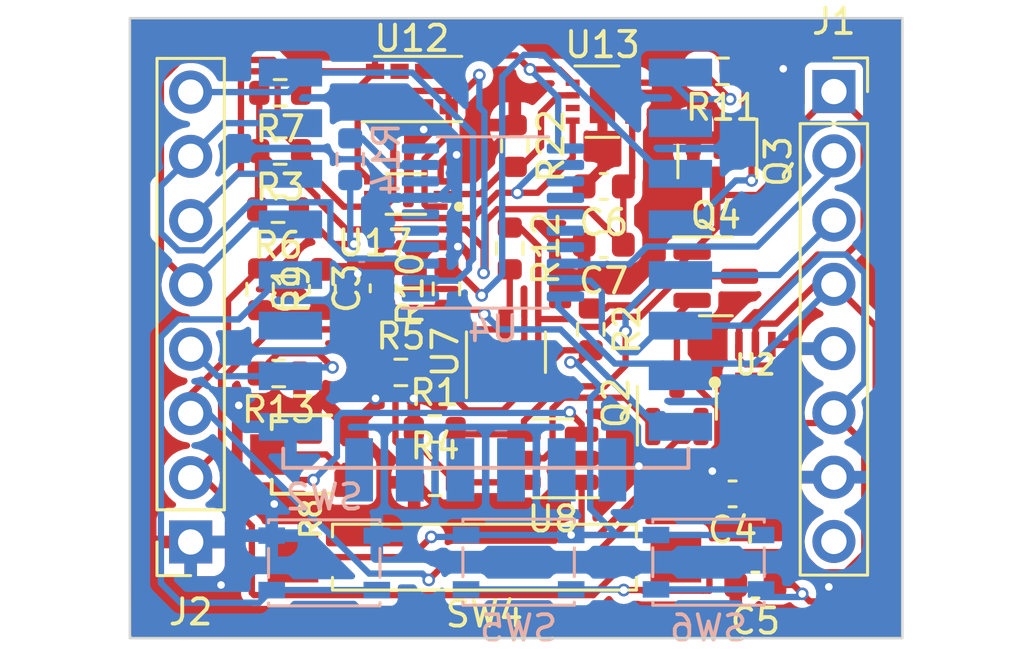
<source format=kicad_pcb>
(kicad_pcb (version 20221018) (generator pcbnew)
  (layers (0 "F.Cu" signal) (31 "B.Cu" signal) (34 "B.Paste" user) (35 "F.Paste" user) (36 "B.SilkS" user "B.Silkscreen") (37 "F.SilkS" user "F.Silkscreen") (38 "B.Mask" user) (39 "F.Mask" user) (44 "Edge.Cuts" user))
  (net 0 "")
  (net 1 "Net-(U1-VCC)")
  (net 2 "GND")
  (net 3 "SW-B")
  (net 4 "SW-A")
  (net 5 "V-SENS")
  (net 6 "+3.3V")
  (net 7 "SDA")
  (net 8 "SCL")
  (net 9 "RX")
  (net 10 "TX")
  (net 11 "Vin")
  (net 12 "Net-(Q2-G)")
  (net 13 "Net-(Q2-S)")
  (net 14 "DRIVE")
  (net 15 "DONE")
  (net 16 "Net-(U8-EN{slash}ONE_SHOT)")
  (net 17 "Net-(U8-DELAY{slash}M_DRV)")
  (net 18 "EN")
  (net 19 "Net-(U1-REST)")
  (net 20 "D15")
  (net 21 "Net-(U4-VDD)")
  (net 22 "Net-(U13-ADDR)")
  (net 23 "Net-(U1-GPIO0)")
  (net 25 "LED2")
  (net 39 "SWIO")
  (net 41 "Net-(U12-LDR)")
  (net 45 "SW-COM")
  (footprint "Sensor:Avago_APDS-9960" (layer "F.Cu") (at 163.835 46.2)
    (fp_text reference "U12")
    (fp_text value "APDS-9960")
  )
  (footprint "Resistor_SMD:R_0603_1608Metric" (layer "F.Cu") (at 158.635 46.35 180)
    (fp_text reference "R7")
    (fp_text value "R")
  )
  (footprint "Resistor_SMD:R_0603_1608Metric" (layer "F.Cu") (at 167.7 52.5 -90)
    (fp_text reference "R12")
    (fp_text value "0K")
  )
  (footprint "Capacitor_SMD:C_0603_1608Metric" (layer "F.Cu") (at 177.4 65.8 180)
    (fp_text reference "C5")
    (fp_text value "C")
  )
  (footprint "Package_TO_SOT_SMD:SOT-23" (layer "F.Cu") (at 175.9 49.0625 -90)
    (fp_text reference "Q3")
    (fp_text value "MMBT5551L")
  )
  (footprint "EVM3ES:EMV3ESX50B12" (layer "F.Cu") (at 159.85 60.643198 90)
    (fp_text reference "R8")
    (fp_text value "EVM3ESX50B12")
  )
  (footprint "Resistor_SMD:R_0603_1608Metric" (layer "F.Cu") (at 163.4 57.4)
    (fp_text reference "R5")
    (fp_text value "R")
  )
  (footprint "Resistor_SMD:R_0603_1608Metric" (layer "F.Cu") (at 158.575 57.443198 180)
    (fp_text reference "R13")
    (fp_text value "R")
  )
  (footprint "Capacitor_SMD:C_0603_1608Metric" (layer "F.Cu") (at 171.41 52.35 180)
    (fp_text reference "C7")
    (fp_text value "C")
  )
  (footprint "Resistor_SMD:R_0603_1608Metric" (layer "F.Cu") (at 158.55 50.95 180)
    (fp_text reference "R6")
    (fp_text value "0K")
  )
  (footprint "Connector_PinSocket_2.54mm:PinSocket_1x08_P2.54mm_Vertical" (layer "F.Cu") (at 180.5 46.3)
    (fp_text reference "J1")
    (fp_text value "Conn_01x08_Socket")
  )
  (footprint "Resistor_SMD:R_0603_1608Metric" (layer "F.Cu") (at 165.2 54.1 90)
    (fp_text reference "R10")
    (fp_text value "R")
  )
  (footprint "Package_TO_SOT_SMD:SOT-23" (layer "F.Cu") (at 175.837341 53.6)
    (fp_text reference "Q4")
    (fp_text value "AO3401A")
  )
  (footprint "Connector_PinSocket_2.54mm:PinSocket_1x08_P2.54mm_Vertical" (layer "F.Cu") (at 155.1 64.1 180)
    (fp_text reference "J2")
    (fp_text value "Conn_01x08_Socket")
  )
  (footprint "Resistor_SMD:R_0603_1608Metric" (layer "F.Cu") (at 158.635 48.65 180)
    (fp_text reference "R3")
    (fp_text value "R")
  )
  (footprint "Package_TO_SOT_SMD:SOT-23-6" (layer "F.Cu") (at 169.4 60.793198 180)
    (fp_text reference "U8")
    (fp_text value "TPL5110")
  )
  (footprint "Capacitor_SMD:C_0603_1608Metric" (layer "F.Cu") (at 162.7 54.075 90)
    (fp_text reference "C3")
    (fp_text value "C")
  )
  (footprint "Package_TO_SOT_SMD:SOT-23-3" (layer "F.Cu") (at 167.55 56.6 90)
    (fp_text reference "U7")
    (fp_text value "XC6206PxxxMR")
  )
  (footprint "Resistor_SMD:R_0603_1608Metric" (layer "F.Cu") (at 164.75 61.743198)
    (fp_text reference "R4")
    (fp_text value "R")
  )
  (footprint "Button_Switch_SMD:SW_SPST_REED_CT10-XXXX-G1" (layer "F.Cu") (at 166.7 64.7)
    (fp_text reference "SW4")
    (fp_text value "SW_Reed")
  )
  (footprint "Resistor_SMD:R_0603_1608Metric" (layer "F.Cu") (at 157.84 54.115 -90)
    (fp_text reference "R9")
    (fp_text value "0K")
  )
  (footprint "Package_TO_SOT_SMD:SOT-23" (layer "F.Cu") (at 174.3 58.6 90)
    (fp_text reference "Q2")
    (fp_text value "AO3401A")
  )
  (footprint "Resistor_SMD:R_0603_1608Metric" (layer "F.Cu") (at 176.1 45.5 180)
    (fp_text reference "R11")
    (fp_text value "0K")
  )
  (footprint "2n7002:SOT363" (layer "F.Cu") (at 177.4 57.1)
    (fp_text reference "U2")
    (fp_text value "2N7002DW")
  )
  (footprint "Capacitor_SMD:C_0603_1608Metric" (layer "F.Cu") (at 160.3 54.1 90)
    (fp_text reference "C1")
    (fp_text value "C")
  )
  (footprint "BH1750:XDCR_BH1750FVI-TR" (layer "F.Cu") (at 163.5975 50.35 180)
    (fp_text reference "U17")
    (fp_text value "BH1750FVI-TR")
  )
  (footprint "Resistor_SMD:R_0603_1608Metric" (layer "F.Cu") (at 170.9 55.7 -90)
    (fp_text reference "R2")
    (fp_text value "R")
  )
  (footprint "Sensor_Humidity:Sensirion_DFN-8-1EP_2.5x2.5mm_P0.5mm_EP1.1x1.7mm" (layer "F.Cu") (at 171.36 46.7)
    (fp_text reference "U13")
    (fp_text value "SHT31-DIS")
  )
  (footprint "Capacitor_SMD:C_0603_1608Metric" (layer "F.Cu") (at 171.41 50.05 180)
    (fp_text reference "C6")
    (fp_text value "C")
  )
  (footprint "Resistor_SMD:R_0603_1608Metric" (layer "F.Cu") (at 164.7375 59.630698)
    (fp_text reference "R1")
    (fp_text value "R")
  )
  (footprint "Resistor_SMD:R_0603_1608Metric" (layer "F.Cu") (at 167.9 48.45 -90)
    (fp_text reference "R22")
    (fp_text value "0K")
  )
  (footprint "Capacitor_SMD:C_0603_1608Metric" (layer "F.Cu") (at 176.5 62.2 180)
    (fp_text reference "C4")
    (fp_text value "C")
  )
  (footprint "Button_Switch_SMD:SW_SPST_PTS810" (layer "B.Cu") (at 160.375 64.925 180)
    (fp_text reference "SW2")
    (fp_text value "SW_Push")
  )
  (footprint "A_SensorNode:ESP12_SMD" (layer "B.Cu") (at 174.79 42.95 180)
    (fp_text reference "U1" hide)
    (fp_text value "ESP-12F" hide)
  )
  (footprint "Resistor_SMD:R_0603_1608Metric" (layer "B.Cu") (at 161.4 48.975 90)
    (fp_text reference "R14")
    (fp_text value "0K")
  )
  (footprint "Button_Switch_SMD:SW_SPST_PTS810" (layer "B.Cu") (at 168.05 64.9)
    (fp_text reference "SW5")
    (fp_text value "SW_Push")
  )
  (footprint "Button_Switch_SMD:SW_SPST_PTS810" (layer "B.Cu") (at 175.55 64.9)
    (fp_text reference "SW6")
    (fp_text value "SW_Push")
  )
  (footprint "Package_SO:TSSOP-20_4.4x6.5mm_P0.65mm" (layer "B.Cu") (at 167.0375 51.475)
    (fp_text reference "U4")
    (fp_text value "CH32V003F4P6")
  )
  (gr_rect (start 152.7 43.4) (end 183.2 67.9) (stroke (width 0.1)) (fill none) (layer "Edge.Cuts"))
  (segment (start 160.3 54.9) (end 162.81 54.9) (width 0.25) (layer "F.Cu") (net 1))
  (segment (start 166.525 54.925) (end 165.2 54.925) (width 0.25) (layer "F.Cu") (net 1))
  (segment (start 166.7 55.1) (end 166.525 54.925) (width 0.25) (layer "F.Cu") (net 1))
  (segment (start 162.7 54.85) (end 165.125 54.85) (width 0.25) (layer "F.Cu") (net 1))
  (segment (start 157.84 54.94) (end 160.2 54.94) (width 0.25) (layer "F.Cu") (net 1))
  (segment (start 165.125 54.85) (end 165.2 54.925) (width 0.25) (layer "F.Cu") (net 1))
  (via (at 166.7 55.1) (size 0.5) (drill 0.3) (layers "F.Cu" "B.Cu") (net 1))
  (segment (start 169.7 55.7) (end 173.55 59.55) (width 0.25) (layer "B.Cu") (net 1))
  (segment (start 173.55 59.05) (end 173.74 59.05) (width 0.25) (layer "B.Cu") (net 1))
  (segment (start 166.7 55.1) (end 167.3 55.7) (width 0.25) (layer "B.Cu") (net 1))
  (segment (start 167.3 55.7) (end 169.7 55.7) (width 0.25) (layer "B.Cu") (net 1))
  (segment (start 171.36 46.7) (end 171.36 49.325) (width 0.4) (layer "F.Cu") (net 2))
  (segment (start 174.95 48.125) (end 173.25 46.425) (width 0.4) (layer "F.Cu") (net 2))
  (segment (start 170.025 60.793198) (end 169.4 61.418198) (width 0.4) (layer "F.Cu") (net 2))
  (segment (start 164.8 62.618198) (end 163.925 61.743198) (width 0.4) (layer "F.Cu") (net 2))
  (segment (start 162.774775 52.425225) (end 165.649136 52.425225) (width 0.25) (layer "F.Cu") (net 2))
  (segment (start 163.925 59.643198) (end 163.9125 59.630698) (width 0.4) (layer "F.Cu") (net 2))
  (segment (start 168.881802 62.618198) (end 164.8 62.618198) (width 0.4) (layer "F.Cu") (net 2))
  (segment (start 171.36 46.7) (end 171.635 46.425) (width 0.4) (layer "F.Cu") (net 2))
  (segment (start 175.7 61.3) (end 176.75 60.25) (width 0.25) (layer "F.Cu") (net 2))
  (segment (start 172.535 45.95) (end 172.535 46.425) (width 0.4) (layer "F.Cu") (net 2))
  (segment (start 171.36 49.325) (end 170.635 50.05) (width 0.4) (layer "F.Cu") (net 2))
  (segment (start 170.5375 60.793198) (end 170.025 60.793198) (width 0.4) (layer "F.Cu") (net 2))
  (segment (start 169.4 61.418198) (end 169.4 62.1) (width 0.4) (layer "F.Cu") (net 2))
  (segment (start 161.7 53.5) (end 162.774775 52.425225) (width 0.25) (layer "F.Cu") (net 2))
  (segment (start 170.5375 60.793198) (end 172.493198 60.793198) (width 0.4) (layer "F.Cu") (net 2))
  (segment (start 171.635 46.425) (end 172.535 46.425) (width 0.4) (layer "F.Cu") (net 2))
  (segment (start 173.25 46.425) (end 172.535 46.425) (width 0.4) (layer "F.Cu") (net 2))
  (segment (start 165.675 49.85) (end 167.9 47.625) (width 0.25) (layer "F.Cu") (net 2))
  (segment (start 169.4 62.1) (end 168.881802 62.618198) (width 0.4) (layer "F.Cu") (net 2))
  (segment (start 172.493198 60.793198) (end 172.8 61.1) (width 0.4) (layer "F.Cu") (net 2))
  (segment (start 176.75 60.25) (end 176.75 57.9) (width 0.25) (layer "F.Cu") (net 2))
  (segment (start 164.9725 49.85) (end 165.675 49.85) (width 0.25) (layer "F.Cu") (net 2))
  (via (at 165.649136 52.425225) (size 0.5) (drill 0.3) (layers "F.Cu" "B.Cu") (net 2))
  (via (at 161.7 53.5) (size 0.5) (drill 0.3) (layers "F.Cu" "B.Cu") (net 2))
  (via (at 175.7 61.3) (size 0.5) (drill 0.3) (layers "F.Cu" "B.Cu") (net 2))
  (via (at 165.6 48.8) (size 0.5) (drill 0.3) (layers "F.Cu" "B.Cu") (net 2))
  (via (at 163.9 58.4255) (size 0.5) (drill 0.3) (layers "F.Cu" "B.Cu") (net 2))
  (via (at 164.3 47.8) (size 0.5) (drill 0.3) (layers "F.Cu" "B.Cu") (net 2))
  (via (at 158.4 62.6) (size 0.5) (drill 0.3) (layers "F.Cu" "B.Cu") (net 2))
  (via (at 178.5 45.4) (size 0.5) (drill 0.3) (layers "F.Cu" "B.Cu") (net 2))
  (via (at 180.3 65.8745) (size 0.5) (drill 0.3) (layers "F.Cu" "B.Cu") (net 2))
  (via (at 162.4 58.4255) (size 0.5) (drill 0.3) (layers "F.Cu" "B.Cu") (net 2))
  (via (at 172.8 61.1) (size 0.5) (drill 0.3) (layers "F.Cu" "B.Cu") (net 2))
  (via (at 156.3 65.8) (size 0.5) (drill 0.3) (layers "F.Cu" "B.Cu") (net 2))
  (via (at 157 58.7) (size 0.5) (drill 0.3) (layers "F.Cu" "B.Cu") (net 2))
  (segment (start 165.6 48.8) (end 165.6 48.4) (width 0.25) (layer "B.Cu") (net 2))
  (segment (start 165 47.8) (end 164.3 47.8) (width 0.25) (layer "B.Cu") (net 2))
  (segment (start 164.838541 50.525) (end 163.8875 50.525) (width 0.25) (layer "B.Cu") (net 2))
  (segment (start 165.6 48.4) (end 165 47.8) (width 0.25) (layer "B.Cu") (net 2))
  (segment (start 165.6 48.8) (end 165.6 49.763541) (width 0.25) (layer "B.Cu") (net 2))
  (segment (start 165.6 49.763541) (end 164.838541 50.525) (width 0.25) (layer "B.Cu") (net 2))
  (segment (start 172.96 66.025) (end 175.322817 66.025) (width 0.25) (layer "F.Cu") (net 3))
  (segment (start 172.2 66) (end 172.935 66) (width 0.25) (layer "F.Cu") (net 3))
  (segment (start 177.4 62.075) (end 177.275 62.2) (width 0.25) (layer "F.Cu") (net 3))
  (segment (start 175.585 64.715) (end 175.8 64.5) (width 0.25) (layer "F.Cu") (net 3))
  (segment (start 172.935 66) (end 172.96 66.025) (width 0.25) (layer "F.Cu") (net 3))
  (segment (start 180.95 65.3) (end 181.7 64.55) (width 0.25) (layer "F.Cu") (net 3))
  (segment (start 179.127817 64.5) (end 179.927817 65.3) (width 0.25) (layer "F.Cu") (net 3))
  (segment (start 175.585 66.025) (end 175.585 64.715) (width 0.25) (layer "F.Cu") (net 3))
  (segment (start 178.5 59.4) (end 180.2 59.4) (width 0.25) (layer "F.Cu") (net 3))
  (segment (start 175.322817 66.025) (end 175.585 66.025) (width 0.25) (layer "F.Cu") (net 3))
  (segment (start 180.2 59.4) (end 180.5 59.1) (width 0.25) (layer "F.Cu") (net 3))
  (segment (start 179.927817 65.3) (end 180.95 65.3) (width 0.25) (layer "F.Cu") (net 3))
  (segment (start 175.8 64.5) (end 179.127817 64.5) (width 0.25) (layer "F.Cu") (net 3))
  (segment (start 177.4 60.5) (end 177.4 62.075) (width 0.25) (layer "F.Cu") (net 3))
  (segment (start 177.4 57.9) (end 177.4 60.5) (width 0.25) (layer "F.Cu") (net 3))
  (segment (start 181.7 64.55) (end 181.7 60.2) (width 0.25) (layer "F.Cu") (net 3))
  (segment (start 180.5 59.1) (end 180.5 58.5) (width 0.25) (layer "F.Cu") (net 3))
  (segment (start 177.4 60.5) (end 178.5 59.4) (width 0.25) (layer "F.Cu") (net 3))
  (segment (start 181.7 60.2) (end 180.5 59) (width 0.25) (layer "F.Cu") (net 3))
  (via (at 172.2 66) (size 0.5) (drill 0.3) (layers "F.Cu" "B.Cu") (net 3))
  (segment (start 172.175 65.975) (end 170.125 65.975) (width 0.25) (layer "B.Cu") (net 3))
  (segment (start 172.136396 56.6) (end 172.69 56.6) (width 0.25) (layer "B.Cu") (net 3))
  (segment (start 173.74 55.55) (end 177.208299 55.55) (width 0.25) (layer "B.Cu") (net 3))
  (segment (start 171.336396 54.236396) (end 171.336396 55.8) (width 0.25) (layer "B.Cu") (net 3))
  (segment (start 180.986701 52.745) (end 181.7 53.458299) (width 0.25) (layer "B.Cu") (net 3))
  (segment (start 180.013299 52.745) (end 180.986701 52.745) (width 0.25) (layer "B.Cu") (net 3))
  (segment (start 169.6125 53.775) (end 170.875 53.775) (width 0.25) (layer "B.Cu") (net 3))
  (segment (start 165.975 65.975) (end 170.125 65.975) (width 0.25) (layer "B.Cu") (net 3))
  (segment (start 170.875 53.775) (end 171.336396 54.236396) (width 0.25) (layer "B.Cu") (net 3))
  (segment (start 181.7 53.458299) (end 181.7 57.8) (width 0.25) (layer "B.Cu") (net 3))
  (segment (start 172.69 56.6) (end 173.74 55.55) (width 0.25) (layer "B.Cu") (net 3))
  (segment (start 181.7 57.8) (end 180.5 59) (width 0.25) (layer "B.Cu") (net 3))
  (segment (start 171.336396 55.8) (end 172.136396 56.6) (width 0.25) (layer "B.Cu") (net 3))
  (segment (start 172.2 66) (end 172.175 65.975) (width 0.25) (layer "B.Cu") (net 3))
  (segment (start 177.208299 55.55) (end 180.013299 52.745) (width 0.25) (layer "B.Cu") (net 3))
  (segment (start 180.5 53.92) (end 179.78 53.92) (width 0.25) (layer "F.Cu") (net 4))
  (segment (start 179.25 66.15) (end 179.5495 66.4495) (width 0.25) (layer "F.Cu") (net 4))
  (segment (start 179.5495 66.4495) (end 180.9505 66.4495) (width 0.25) (layer "F.Cu") (net 4))
  (segment (start 178.9 65.8) (end 178.175 65.8) (width 0.25) (layer "F.Cu") (net 4))
  (segment (start 178.23 55.47) (end 177.575 55.47) (width 0.25) (layer "F.Cu") (net 4))
  (segment (start 182.15 65.25) (end 182.15 55.57) (width 0.25) (layer "F.Cu") (net 4))
  (segment (start 182.15 55.57) (end 180.5 53.92) (width 0.25) (layer "F.Cu") (net 4))
  (segment (start 180.9505 66.4495) (end 182.15 65.25) (width 0.25) (layer "F.Cu") (net 4))
  (segment (start 179.78 53.92) (end 178.23 55.47) (width 0.25) (layer "F.Cu") (net 4))
  (segment (start 177.4 55.645) (end 177.4 56.29) (width 0.25) (layer "F.Cu") (net 4))
  (segment (start 177.575 55.47) (end 177.4 55.645) (width 0.25) (layer "F.Cu") (net 4))
  (segment (start 179.25 66.15) (end 178.9 65.8) (width 0.25) (layer "F.Cu") (net 4))
  (via (at 179.25 66.15) (size 0.5) (drill 0.3) (layers "F.Cu" "B.Cu") (net 4))
  (segment (start 179.125 66.275) (end 177.625 66.275) (width 0.25) (layer "B.Cu") (net 4))
  (segment (start 173.74 57.05) (end 176.87 57.05) (width 0.25) (layer "B.Cu") (net 4))
  (segment (start 179.25 66.15) (end 179.125 66.275) (width 0.25) (layer "B.Cu") (net 4))
  (segment (start 176.87 57.05) (end 177.37 57.05) (width 0.25) (layer "B.Cu") (net 4))
  (segment (start 172.35 57.05) (end 173.74 57.05) (width 0.25) (layer "B.Cu") (net 4))
  (segment (start 177.625 65.975) (end 173.475 65.975) (width 0.25) (layer "B.Cu") (net 4))
  (segment (start 169.6125 54.8125) (end 171.85 57.05) (width 0.25) (layer "B.Cu") (net 4))
  (segment (start 171.85 57.05) (end 172.35 57.05) (width 0.25) (layer "B.Cu") (net 4))
  (segment (start 169.6125 54.425) (end 169.6125 54.8125) (width 0.25) (layer "B.Cu") (net 4))
  (segment (start 177.37 57.05) (end 180.5 53.92) (width 0.25) (layer "B.Cu") (net 4))
  (segment (start 166.66669 53.46669) (end 166.66669 52.46669) (width 0.25) (layer "F.Cu") (net 5))
  (segment (start 166.66669 53.46669) (end 166.743767 53.389613) (width 0.25) (layer "F.Cu") (net 5))
  (segment (start 157.76 48.7) (end 157.81 48.65) (width 0.25) (layer "F.Cu") (net 5))
  (segment (start 170.785 50.95) (end 172.185 52.35) (width 0.25) (layer "F.Cu") (net 5))
  (segment (start 166.5 45.69) (end 165.29 46.9) (width 0.25) (layer "F.Cu") (net 5))
  (segment (start 157.76 51.15) (end 157.76 48.7) (width 0.25) (layer "F.Cu") (net 5))
  (segment (start 162.38 46.9) (end 162.38 46.56) (width 0.25) (layer "F.Cu") (net 5))
  (segment (start 172.535 49.7) (end 172.535 47.45) (width 0.25) (layer "F.Cu") (net 5))
  (segment (start 164.9725 50.85) (end 164.4225 50.85) (width 0.25) (layer "F.Cu") (net 5))
  (segment (start 166.743767 53.389613) (end 166.743767 51.413771) (width 0.25) (layer "F.Cu") (net 5))
  (segment (start 160.1 50.6) (end 160.1 50.457538) (width 0.25) (layer "F.Cu") (net 5))
  (segment (start 164.335 50.7625) (end 164.335 48.965) (width 0.25) (layer "F.Cu") (net 5))
  (segment (start 172.185 50.05) (end 172.185 52.35) (width 0.25) (layer "F.Cu") (net 5))
  (segment (start 166.5 45.65) (end 166.5 45.69) (width 0.25) (layer "F.Cu") (net 5))
  (segment (start 166.66669 52.46669) (end 165.95 51.75) (width 0.25) (layer "F.Cu") (net 5))
  (segment (start 165.215 46.275) (end 165.29 46.35) (width 0.25) (layer "F.Cu") (net 5))
  (segment (start 159.092462 49.45) (end 158.61 49.45) (width 0.25) (layer "F.Cu") (net 5))
  (segment (start 162.665 46.275) (end 165.215 46.275) (width 0.25) (layer "F.Cu") (net 5))
  (segment (start 165.29 46.35) (end 165.29 46.9) (width 0.25) (layer "F.Cu") (net 5))
  (segment (start 165.29 48.01) (end 165.29 46.9) (width 0.25) (layer "F.Cu") (net 5))
  (segment (start 164.4225 50.85) (end 164.335 50.7625) (width 0.25) (layer "F.Cu") (net 5))
  (segment (start 158.61 49.45) (end 157.81 48.65) (width 0.25) (layer "F.Cu") (net 5))
  (segment (start 160.1 50.457538) (end 159.092462 49.45) (width 0.25) (layer "F.Cu") (net 5))
  (segment (start 162.38 46.56) (end 162.665 46.275) (width 0.25) (layer "F.Cu") (net 5))
  (segment (start 161.25 51.75) (end 160.1 50.6) (width 0.25) (layer "F.Cu") (net 5))
  (segment (start 167.207538 50.95) (end 170.785 50.95) (width 0.25) (layer "F.Cu") (net 5))
  (segment (start 166.743767 51.413771) (end 167.207538 50.95) (width 0.25) (layer "F.Cu") (net 5))
  (segment (start 172.185 50.05) (end 172.535 49.7) (width 0.25) (layer "F.Cu") (net 5))
  (segment (start 165.95 51.75) (end 161.25 51.75) (width 0.25) (layer "F.Cu") (net 5))
  (segment (start 157.81 46.35) (end 157.81 48.65) (width 0.25) (layer "F.Cu") (net 5))
  (segment (start 164.335 48.965) (end 165.29 48.01) (width 0.25) (layer "F.Cu") (net 5))
  (via (at 166.5 45.65) (size 0.5) (drill 0.3) (layers "F.Cu" "B.Cu") (net 5))
  (via (at 166.66669 53.46669) (size 0.5) (drill 0.3) (layers "F.Cu" "B.Cu") (net 5))
  (segment (start 166.66669 53.46669) (end 166.7 53.43338) (width 0.25) (layer "B.Cu") (net 5))
  (segment (start 166.7 53.43338) (end 166.7 47.113173) (width 0.25) (layer "B.Cu") (net 5))
  (segment (start 166.5 46.913173) (end 166.5 45.65) (width 0.25) (layer "B.Cu") (net 5))
  (segment (start 166.7 47.113173) (end 166.5 46.913173) (width 0.25) (layer "B.Cu") (net 5))
  (segment (start 173.972183 61.05) (end 174.472183 60.55) (width 0.25) (layer "F.Cu") (net 6))
  (segment (start 164.5 65.6) (end 165.5 64.6) (width 0.25) (layer "F.Cu") (net 6))
  (segment (start 174.853249 60.55) (end 174.903249 60.6) (width 0.25) (layer "F.Cu") (net 6))
  (segment (start 159.375 51.755) (end 157.84 53.29) (width 0.25) (layer "F.Cu") (net 6))
  (segment (start 157.84 53.29) (end 156.575 54.555) (width 0.25) (layer "F.Cu") (net 6))
  (segment (start 161.545578 52.3245) (end 160.7495 52.3245) (width 0.25) (layer "F.Cu") (net 6))
  (segment (start 174.903249 60.6) (end 175.6 60.6) (width 0.25) (layer "F.Cu") (net 6))
  (segment (start 173.972183 61.7) (end 173.972183 61.05) (width 0.25) (layer "F.Cu") (net 6))
  (segment (start 175.6 60.6) (end 175.9 60.3) (width 0.25) (layer "F.Cu") (net 6))
  (segment (start 156.575 54.555) (end 156.575 56.788604) (width 0.25) (layer "F.Cu") (net 6))
  (segment (start 175.9 60.3) (end 175.9 58.778249) (width 0.25) (layer "F.Cu") (net 6))
  (segment (start 159.375 50.95) (end 159.375 51.755) (width 0.25) (layer "F.Cu") (net 6))
  (segment (start 174.784251 57.6625) (end 174.3 57.6625) (width 0.25) (layer "F.Cu") (net 6))
  (segment (start 174.472183 60.55) (end 174.853249 60.55) (width 0.25) (layer "F.Cu") (net 6))
  (segment (start 171.072183 64.6) (end 173.972183 61.7) (width 0.25) (layer "F.Cu") (net 6))
  (segment (start 155.1 58.263604) (end 155.1 59.02) (width 0.25) (layer "F.Cu") (net 6))
  (segment (start 174.3 58.1625) (end 174.3 55.149841) (width 0.25) (layer "F.Cu") (net 6))
  (segment (start 175.9 58.778249) (end 174.784251 57.6625) (width 0.25) (layer "F.Cu") (net 6))
  (segment (start 160.7495 52.3245) (end 159.375 50.95) (width 0.25) (layer "F.Cu") (net 6))
  (segment (start 156.575 56.788604) (end 155.1 58.263604) (width 0.25) (layer "F.Cu") (net 6))
  (segment (start 165.5 64.6) (end 171.072183 64.6) (width 0.25) (layer "F.Cu") (net 6))
  (segment (start 174.3 55.149841) (end 174.899841 54.55) (width 0.25) (layer "F.Cu") (net 6))
  (via (at 164.5 65.6) (size 0.5) (drill 0.3) (layers "F.Cu" "B.Cu") (net 6))
  (via (at 161.545578 52.3245) (size 0.5) (drill 0.3) (layers "F.Cu" "B.Cu") (net 6))
  (segment (start 155.806827 59.02) (end 155.1 59.02) (width 0.25) (layer "B.Cu") (net 6))
  (segment (start 164.5 65.6) (end 164.25 65.35) (width 0.25) (layer "B.Cu") (net 6))
  (segment (start 161.545578 52.3245) (end 161.4 52.178922) (width 0.25) (layer "B.Cu") (net 6))
  (segment (start 161.4 52.178922) (end 161.4 49.8) (width 0.25) (layer "B.Cu") (net 6))
  (segment (start 162.15 65.35) (end 160.375 63.575) (width 0.25) (layer "B.Cu") (net 6))
  (segment (start 164.25 65.35) (end 162.15 65.35) (width 0.25) (layer "B.Cu") (net 6))
  (segment (start 160.361827 63.575) (end 155.806827 59.02) (width 0.25) (layer "B.Cu") (net 6))
  (segment (start 160.375 63.575) (end 160.361827 63.575) (width 0.25) (layer "B.Cu") (net 6))
  (segment (start 161.695 46.185) (end 162.38 45.5) (width 0.25) (layer "F.Cu") (net 7))
  (segment (start 153.925 52.765) (end 153.925 45.833299) (width 0.25) (layer "F.Cu") (net 7))
  (segment (start 160.31 45.5) (end 162.38 45.5) (width 0.25) (layer "F.Cu") (net 7))
  (segment (start 159.46 46.35) (end 159.76 46.05) (width 0.25) (layer "F.Cu") (net 7))
  (segment (start 159.46 46.146142) (end 159.46 46.35) (width 0.25) (layer "F.Cu") (net 7))
  (segment (start 162.2225 49.85) (end 161.695 49.3225) (width 0.25) (layer "F.Cu") (net 7))
  (segment (start 159.46 46.35) (end 160.31 45.5) (width 0.25) (layer "F.Cu") (net 7))
  (segment (start 167.95 44.875) (end 162.455 44.875) (width 0.25) (layer "F.Cu") (net 7))
  (segment (start 155.1 53.94) (end 153.925 52.765) (width 0.25) (layer "F.Cu") (net 7))
  (segment (start 161.695 49.3225) (end 161.695 46.185) (width 0.25) (layer "F.Cu") (net 7))
  (segment (start 162.455 44.875) (end 162.38 44.95) (width 0.25) (layer "F.Cu") (net 7))
  (segment (start 162.38 44.95) (end 162.38 45.5) (width 0.25) (layer "F.Cu") (net 7))
  (segment (start 168.5 45.425) (end 167.95 44.875) (width 0.25) (layer "F.Cu") (net 7))
  (segment (start 153.925 45.833299) (end 154.708299 45.05) (width 0.25) (layer "F.Cu") (net 7))
  (segment (start 154.708299 45.05) (end 158.363858 45.05) (width 0.25) (layer "F.Cu") (net 7))
  (segment (start 169.66 45.425) (end 168.5 45.425) (width 0.25) (layer "F.Cu") (net 7))
  (segment (start 158.363858 45.05) (end 159.46 46.146142) (width 0.25) (layer "F.Cu") (net 7))
  (segment (start 170.185 45.95) (end 169.66 45.425) (width 0.25) (layer "F.Cu") (net 7))
  (via (at 168.5 45.425) (size 0.5) (drill 0.3) (layers "F.Cu" "B.Cu") (net 7))
  (segment (start 157.49 51.55) (end 159.74 51.55) (width 0.25) (layer "B.Cu") (net 7))
  (segment (start 169.6125 48.575) (end 169.6125 46.5375) (width 0.25) (layer "B.Cu") (net 7))
  (segment (start 155.1 53.94) (end 157.49 51.55) (width 0.25) (layer "B.Cu") (net 7))
  (segment (start 169.6125 46.5375) (end 168.5 45.425) (width 0.25) (layer "B.Cu") (net 7))
  (segment (start 161.15 50.85) (end 162.2225 50.85) (width 0.25) (layer "F.Cu") (net 8))
  (segment (start 167.221142 50.3) (end 168.8 50.3) (width 0.25) (layer "F.Cu") (net 8))
  (segment (start 163.1 47.15) (end 163.35 46.9) (width 0.25) (layer "F.Cu") (net 8))
  (segment (start 162.6725 51.3) (end 166.293767 51.3) (width 0.25) (layer "F.Cu") (net 8))
  (segment (start 166.293767 51.3) (end 166.293767 51.227375) (width 0.25) (layer "F.Cu") (net 8))
  (segment (start 170.185 48.915) (end 170.185 47.45) (width 0.25) (layer "F.Cu") (net 8))
  (segment (start 158.535 45.857538) (end 158.177462 45.5) (width 0.25) (layer "F.Cu") (net 8))
  (segment (start 163.1 50.5225) (end 163.1 47.15) (width 0.25) (layer "F.Cu") (net 8))
  (segment (start 159.81 49) (end 159.81 49.51) (width 0.25) (layer "F.Cu") (net 8))
  (segment (start 162.7725 50.85) (end 163.1 50.5225) (width 0.25) (layer "F.Cu") (net 8))
  (segment (start 158.177462 45.5) (end 157.442538 45.5) (width 0.25) (layer "F.Cu") (net 8))
  (segment (start 159.46 48.65) (end 159.81 49) (width 0.25) (layer "F.Cu") (net 8))
  (segment (start 159.81 49.51) (end 161.15 50.85) (width 0.25) (layer "F.Cu") (net 8))
  (segment (start 168.8 50.3) (end 170.185 48.915) (width 0.25) (layer "F.Cu") (net 8))
  (segment (start 158.535 47.725) (end 158.535 45.857538) (width 0.25) (layer "F.Cu") (net 8))
  (segment (start 159.46 48.65) (end 158.535 47.725) (width 0.25) (layer "F.Cu") (net 8))
  (segment (start 157.085 45.857538) (end 157.085 49.415) (width 0.25) (layer "F.Cu") (net 8))
  (segment (start 162.2225 50.85) (end 162.6725 51.3) (width 0.25) (layer "F.Cu") (net 8))
  (segment (start 162.2225 50.85) (end 162.7725 50.85) (width 0.25) (layer "F.Cu") (net 8))
  (segment (start 157.085 49.415) (end 155.1 51.4) (width 0.25) (layer "F.Cu") (net 8))
  (segment (start 157.442538 45.5) (end 157.085 45.857538) (width 0.25) (layer "F.Cu") (net 8))
  (segment (start 166.293767 51.227375) (end 167.221142 50.3) (width 0.25) (layer "F.Cu") (net 8))
  (via (at 168 50.3) (size 0.5) (drill 0.3) (layers "F.Cu" "B.Cu") (net 8))
  (segment (start 168.923959 49.225) (end 169.6125 49.225) (width 0.25) (layer "B.Cu") (net 8))
  (segment (start 156.95 49.55) (end 159.74 49.55) (width 0.25) (layer "B.Cu") (net 8))
  (segment (start 155.1 51.4) (end 156.95 49.55) (width 0.25) (layer "B.Cu") (net 8))
  (segment (start 168 50.148959) (end 168.923959 49.225) (width 0.25) (layer "B.Cu") (net 8))
  (segment (start 168 50.3) (end 168 50.148959) (width 0.25) (layer "B.Cu") (net 8))
  (segment (start 153.925 51.886701) (end 153.925 50.035) (width 0.25) (layer "B.Cu") (net 9))
  (segment (start 161.307905 52.9) (end 160.615 52.207095) (width 0.25) (layer "B.Cu") (net 9))
  (segment (start 163.2 52.9) (end 161.307905 52.9) (width 0.25) (layer "B.Cu") (net 9))
  (segment (start 154.613299 52.575) (end 153.925 51.886701) (width 0.25) (layer "B.Cu") (net 9))
  (segment (start 160.615 50.675) (end 157.486701 50.675) (width 0.25) (layer "B.Cu") (net 9))
  (segment (start 156.41 47.55) (end 159.74 47.55) (width 0.25) (layer "B.Cu") (net 9))
  (segment (start 155.586701 52.575) (end 154.613299 52.575) (width 0.25) (layer "B.Cu") (net 9))
  (segment (start 155.1 48.86) (end 156.41 47.55) (width 0.25) (layer "B.Cu") (net 9))
  (segment (start 160.615 52.207095) (end 160.615 50.675) (width 0.25) (layer "B.Cu") (net 9))
  (segment (start 157.486701 50.675) (end 155.586701 52.575) (width 0.25) (layer "B.Cu") (net 9))
  (segment (start 153.925 50.035) (end 155.1 48.86) (width 0.25) (layer "B.Cu") (net 9))
  (segment (start 164.175 53.1) (end 163.4 53.1) (width 0.25) (layer "B.Cu") (net 9))
  (segment (start 163.4 53.1) (end 163.2 52.9) (width 0.25) (layer "B.Cu") (net 9))
  (segment (start 166.25 47.95) (end 163.85 45.55) (width 0.25) (layer "B.Cu") (net 10))
  (segment (start 165.625 53.775) (end 166.09169 53.30831) (width 0.25) (layer "B.Cu") (net 10))
  (segment (start 163.85 45.55) (end 159.74 45.55) (width 0.25) (layer "B.Cu") (net 10))
  (segment (start 166.25 52.911827) (end 166.25 47.95) (width 0.25) (layer "B.Cu") (net 10))
  (segment (start 163.8875 53.775) (end 165.625 53.775) (width 0.25) (layer "B.Cu") (net 10))
  (segment (start 158.97 46.32) (end 159.74 45.55) (width 0.25) (layer "B.Cu") (net 10))
  (segment (start 166.09169 53.070137) (end 166.25 52.911827) (width 0.25) (layer "B.Cu") (net 10))
  (segment (start 155.1 46.32) (end 158.97 46.32) (width 0.25) (layer "B.Cu") (net 10))
  (segment (start 166.09169 53.30831) (end 166.09169 53.070137) (width 0.25) (layer "B.Cu") (net 10))
  (segment (start 157.356802 56.643198) (end 157.332538 56.643198) (width 0.25) (layer "F.Cu") (net 11))
  (segment (start 156.3 57.7) (end 156.3 60.36) (width 0.25) (layer "F.Cu") (net 11))
  (segment (start 157.025 56.975) (end 156.3 57.7) (width 0.25) (layer "F.Cu") (net 11))
  (segment (start 167.55 55.125) (end 167.7 54.975) (width 0.25) (layer "F.Cu") (net 11))
  (segment (start 157.332538 56.643198) (end 157.025 56.950736) (width 0.25) (layer "F.Cu") (net 11))
  (segment (start 167.55 55.5625) (end 167.4125 55.7) (width 0.25) (layer "F.Cu") (net 11))
  (segment (start 158.3 55.7) (end 157.356802 56.643198) (width 0.25) (layer "F.Cu") (net 11))
  (segment (start 171 66.2) (end 172.3 64.9) (width 0.25) (layer "F.Cu") (net 11))
  (segment (start 155.35 61.31) (end 157.515 63.475) (width 0.25) (layer "F.Cu") (net 11))
  (segment (start 172.3 64.9) (end 174.06 64.9) (width 0.25) (layer "F.Cu") (net 11))
  (segment (start 157.515 66.11) (end 157.605 66.2) (width 0.25) (layer "F.Cu") (net 11))
  (segment (start 174.06 64.9) (end 174.26 64.7) (width 0.25) (layer "F.Cu") (net 11))
  (segment (start 156.3 60.36) (end 155.35 61.31) (width 0.25) (layer "F.Cu") (net 11))
  (segment (start 167.4125 55.7) (end 158.3 55.7) (width 0.25) (layer "F.Cu") (net 11))
  (segment (start 157.605 66.2) (end 171 66.2) (width 0.25) (layer "F.Cu") (net 11))
  (segment (start 157.515 63.475) (end 157.515 66.11) (width 0.25) (layer "F.Cu") (net 11))
  (segment (start 167.7 54.975) (end 167.7 53.225) (width 0.25) (layer "F.Cu") (net 11))
  (segment (start 157.025 56.950736) (end 157.025 56.975) (width 0.25) (layer "F.Cu") (net 11))
  (segment (start 169.388604 60.461396) (end 169.056802 60.793198) (width 0.25) (layer "F.Cu") (net 12))
  (segment (start 169.388604 58.829594) (end 169.388604 60.461396) (width 0.25) (layer "F.Cu") (net 12))
  (segment (start 173.35 59.4875) (end 172.2625 58.4) (width 0.25) (layer "F.Cu") (net 12))
  (segment (start 169.056802 60.793198) (end 168.2625 60.793198) (width 0.25) (layer "F.Cu") (net 12))
  (segment (start 169.818198 58.4) (end 169.388604 58.829594) (width 0.25) (layer "F.Cu") (net 12))
  (segment (start 172.2625 58.4) (end 169.818198 58.4) (width 0.25) (layer "F.Cu") (net 12))
  (segment (start 176.774841 53.6) (end 174.44059 53.6) (width 0.25) (layer "F.Cu") (net 13))
  (segment (start 171.792462 55.2) (end 171.392462 55.6) (width 0.25) (layer "F.Cu") (net 13))
  (segment (start 168 51.575) (end 168.825 52.4) (width 0.25) (layer "F.Cu") (net 13))
  (segment (start 171.210787 63.825) (end 173.522183 61.513604) (width 0.25) (layer "F.Cu") (net 13))
  (segment (start 174.44059 53.6) (end 172.84059 55.2) (width 0.25) (layer "F.Cu") (net 13))
  (segment (start 170.407538 55.6) (end 170.1 55.292462) (width 0.25) (layer "F.Cu") (net 13))
  (segment (start 170.425 57) (end 170.9 56.525) (width 0.25) (layer "F.Cu") (net 13))
  (segment (start 168.825 55.292462) (end 168.825 53.5) (width 0.25) (layer "F.Cu") (net 13))
  (segment (start 171.392462 55.6) (end 170.407538 55.6) (width 0.25) (layer "F.Cu") (net 13))
  (segment (start 163.8 64.7) (end 159.44 64.7) (width 0.25) (layer "F.Cu") (net 13))
  (segment (start 167.4375 58.9) (end 166.025 58.9) (width 0.25) (layer "F.Cu") (net 13))
  (segment (start 170.9 56.525) (end 169.8125 56.525) (width 0.25) (layer "F.Cu") (net 13))
  (segment (start 170.1 57) (end 170.425 57) (width 0.25) (layer "F.Cu") (net 13))
  (segment (start 174.6875 60.1) (end 175.25 59.5375) (width 0.25) (layer "F.Cu") (net 13))
  (segment (start 173.522183 61.513604) (end 173.522183 60.863604) (width 0.25) (layer "F.Cu") (net 13))
  (segment (start 168.5 57.8375) (end 167.4375 58.9) (width 0.25) (layer "F.Cu") (net 13))
  (segment (start 169.8125 56.525) (end 168.5 57.8375) (width 0.25) (layer "F.Cu") (net 13))
  (segment (start 168.825 52.4) (end 168.825 53.5) (width 0.25) (layer "F.Cu") (net 13))
  (segment (start 166.025 58.9) (end 164.225 57.1) (width 0.25) (layer "F.Cu") (net 13))
  (segment (start 170.5375 63.4125) (end 170.5375 61.743198) (width 0.25) (layer "F.Cu") (net 13))
  (segment (start 164.6 63.9) (end 163.8 64.7) (width 0.25) (layer "F.Cu") (net 13))
  (segment (start 170.125 63.825) (end 170.5375 63.4125) (width 0.25) (layer "F.Cu") (net 13))
  (segment (start 170.125 63.825) (end 171.210787 63.825) (width 0.25) (layer "F.Cu") (net 13))
  (segment (start 173.522183 60.863604) (end 174.285787 60.1) (width 0.25) (layer "F.Cu") (net 13))
  (segment (start 172.84059 55.2) (end 171.792462 55.2) (width 0.25) (layer "F.Cu") (net 13))
  (segment (start 159.44 64.7) (end 159.14 65) (width 0.25) (layer "F.Cu") (net 13))
  (segment (start 170.1 55.292462) (end 168.825 55.292462) (width 0.25) (layer "F.Cu") (net 13))
  (segment (start 174.285787 60.1) (end 174.6875 60.1) (width 0.25) (layer "F.Cu") (net 13))
  (segment (start 168.825 53.5) (end 168.825 57.5125) (width 0.25) (layer "F.Cu") (net 13))
  (via (at 164.6 63.9) (size 0.5) (drill 0.3) (layers "F.Cu" "B.Cu") (net 13))
  (via (at 170.125 63.825) (size 0.5) (drill 0.3) (layers "F.Cu" "B.Cu") (net 13))
  (via (at 170.1 57) (size 0.5) (drill 0.3) (layers "F.Cu" "B.Cu") (net 13))
  (segment (start 171.925 63.825) (end 173.475 63.825) (width 0.25) (layer "B.Cu") (net 13))
  (segment (start 170.125 63.825) (end 173.475 63.825) (width 0.25) (layer "B.Cu") (net 13))
  (segment (start 170.875 62.775) (end 171.925 63.825) (width 0.25) (layer "B.Cu") (net 13))
  (segment (start 173.475 63.825) (end 177.625 63.825) (width 0.25) (layer "B.Cu") (net 13))
  (segment (start 170.1 57) (end 170.3 57) (width 0.25) (layer "B.Cu") (net 13))
  (segment (start 170.3 57) (end 171.3 58) (width 0.25) (layer "B.Cu") (net 13))
  (segment (start 170.125 63.825) (end 165.975 63.825) (width 0.25) (layer "B.Cu") (net 13))
  (segment (start 170.875 58.425) (end 170.875 62.775) (width 0.25) (layer "B.Cu") (net 13))
  (segment (start 164.6 63.9) (end 165.9 63.9) (width 0.25) (layer "B.Cu") (net 13))
  (segment (start 171.3 58) (end 170.875 58.425) (width 0.25) (layer "B.Cu") (net 13))
  (segment (start 165.9 63.9) (end 165.975 63.825) (width 0.25) (layer "B.Cu") (net 13))
  (segment (start 177.25 48.525) (end 176.85 48.125) (width 0.25) (layer "F.Cu") (net 14))
  (segment (start 176.975 45.55) (end 176.975 48) (width 0.25) (layer "F.Cu") (net 14))
  (segment (start 177.25 49.8125) (end 177.25 48.525) (width 0.25) (layer "F.Cu") (net 14))
  (segment (start 176.925 45.5) (end 176.975 45.55) (width 0.25) (layer "F.Cu") (net 14))
  (segment (start 176.975 48) (end 176.85 48.125) (width 0.25) (layer "F.Cu") (net 14))
  (via (at 177.25 49.8125) (size 0.5) (drill 0.3) (layers "F.Cu" "B.Cu") (net 14))
  (segment (start 176.6275 49.8125) (end 177.25 49.8125) (width 0.25) (layer "B.Cu") (net 14))
  (segment (start 173.74 51.55) (end 174.89 51.55) (width 0.25) (layer "B.Cu") (net 14))
  (segment (start 174.89 51.55) (end 176.6275 49.8125) (width 0.25) (layer "B.Cu") (net 14))
  (segment (start 172.274431 55.7745) (end 172.274431 57.125569) (width 0.25) (layer "F.Cu") (net 15))
  (segment (start 171.45 57.95) (end 169.631802 57.95) (width 0.25) (layer "F.Cu") (net 15))
  (segment (start 172.274431 57.125569) (end 171.45 57.95) (width 0.25) (layer "F.Cu") (net 15))
  (segment (start 168.2625 59.843198) (end 165.775 59.843198) (width 0.25) (layer "F.Cu") (net 15))
  (segment (start 169.631802 57.95) (end 168.2625 59.319302) (width 0.25) (layer "F.Cu") (net 15))
  (segment (start 168.2625 59.319302) (end 168.2625 59.843198) (width 0.25) (layer "F.Cu") (net 15))
  (segment (start 165.775 59.843198) (end 165.5625 59.630698) (width 0.25) (layer "F.Cu") (net 15))
  (via (at 172.274431 55.7745) (size 0.5) (drill 0.3) (layers "F.Cu" "B.Cu") (net 15))
  (segment (start 172.274431 55.7745) (end 172.274431 55.015569) (width 0.25) (layer "B.Cu") (net 15))
  (segment (start 178.33 53.55) (end 173.74 53.55) (width 0.25) (layer "B.Cu") (net 15))
  (segment (start 172.274431 55.015569) (end 173.74 53.55) (width 0.25) (layer "B.Cu") (net 15))
  (segment (start 180.5 51.38) (end 178.33 53.55) (width 0.25) (layer "B.Cu") (net 15))
  (segment (start 164.2625 60.430698) (end 165.575 61.743198) (width 0.25) (layer "F.Cu") (net 16))
  (segment (start 163.1875 57.7125) (end 163.1875 60.12316) (width 0.25) (layer "F.Cu") (net 16))
  (segment (start 163.1875 60.12316) (end 163.495038 60.430698) (width 0.25) (layer "F.Cu") (net 16))
  (segment (start 163.495038 60.430698) (end 164.2625 60.430698) (width 0.25) (layer "F.Cu") (net 16))
  (segment (start 165.575 61.743198) (end 168.2625 61.743198) (width 0.25) (layer "F.Cu") (net 16))
  (segment (start 162.575 57.1) (end 163.1875 57.7125) (width 0.25) (layer "F.Cu") (net 16))
  (segment (start 159.206802 61.65) (end 158.2 60.643198) (width 0.25) (layer "F.Cu") (net 17))
  (segment (start 160.45 60.643198) (end 158.2 60.643198) (width 0.25) (layer "F.Cu") (net 17))
  (segment (start 170.065332 58.9745) (end 170.5375 59.446668) (width 0.25) (layer "F.Cu") (net 17))
  (segment (start 170.5375 59.446668) (end 170.5375 59.843198) (width 0.25) (layer "F.Cu") (net 17))
  (segment (start 161.45 61.643198) (end 160.45 60.643198) (width 0.25) (layer "F.Cu") (net 17))
  (segment (start 170.921751 59.843198) (end 170.5375 59.843198) (width 0.25) (layer "F.Cu") (net 17))
  (segment (start 159.95 61.65) (end 159.206802 61.65) (width 0.25) (layer "F.Cu") (net 17))
  (via (at 159.95 61.65) (size 0.5) (drill 0.3) (layers "F.Cu" "B.Cu") (net 17))
  (via (at 170.065332 58.9745) (size 0.5) (drill 0.3) (layers "F.Cu" "B.Cu") (net 17))
  (segment (start 161.05 59) (end 170.039832 59) (width 0.25) (layer "B.Cu") (net 17))
  (segment (start 159.95 61.65) (end 160.875 60.725) (width 0.25) (layer "B.Cu") (net 17))
  (segment (start 160.875 60.725) (end 160.875 59.175) (width 0.25) (layer "B.Cu") (net 17))
  (segment (start 170.039832 59) (end 170.065332 58.9745) (width 0.25) (layer "B.Cu") (net 17))
  (segment (start 160.875 59.175) (end 161.05 59) (width 0.25) (layer "B.Cu") (net 17))
  (segment (start 166.591487 54.354359) (end 165.512128 53.275) (width 0.25) (layer "F.Cu") (net 18))
  (segment (start 165.512128 53.275) (end 165.2 53.275) (width 0.25) (layer "F.Cu") (net 18))
  (via (at 166.591487 54.354359) (size 0.5) (drill 0.3) (layers "F.Cu" "B.Cu") (net 18))
  (segment (start 167.4 45.711827) (end 168.261827 44.85) (width 0.25) (layer "B.Cu") (net 18))
  (segment (start 167.4 53.545846) (end 167.4 45.711827) (width 0.25) (layer "B.Cu") (net 18))
  (segment (start 169.04 44.85) (end 173.74 49.55) (width 0.25) (layer "B.Cu") (net 18))
  (segment (start 166.591487 54.354359) (end 167.4 53.545846) (width 0.25) (layer "B.Cu") (net 18))
  (segment (start 168.261827 44.85) (end 169.04 44.85) (width 0.25) (layer "B.Cu") (net 18))
  (segment (start 175.275 45.5) (end 175.3 45.5) (width 0.25) (layer "F.Cu") (net 19))
  (segment (start 175.3 45.5) (end 176.4 46.6) (width 0.25) (layer "F.Cu") (net 19))
  (via (at 176.4 46.6) (size 0.5) (drill 0.3) (layers "F.Cu" "B.Cu") (net 19))
  (segment (start 176.4 46.6) (end 174.79 46.6) (width 0.25) (layer "B.Cu") (net 19))
  (segment (start 174.79 46.6) (end 173.74 45.55) (width 0.25) (layer "B.Cu") (net 19))
  (segment (start 158.55 56.643198) (end 160.143198 56.643198) (width 0.25) (layer "F.Cu") (net 20))
  (segment (start 157.75 57.443198) (end 158.55 56.643198) (width 0.25) (layer "F.Cu") (net 20))
  (segment (start 155.1 56.48) (end 155.1 56.03) (width 0.25) (layer "F.Cu") (net 20))
  (segment (start 160.143198 56.643198) (end 160.7 57.2) (width 0.25) (layer "F.Cu") (net 20))
  (via (at 160.7 57.2) (size 0.5) (drill 0.3) (layers "F.Cu" "B.Cu") (net 20))
  (segment (start 160.7 57.2) (end 160.09 57.2) (width 0.25) (layer "B.Cu") (net 20))
  (segment (start 160.09 57.2) (end 159.74 57.55) (width 0.25) (layer "B.Cu") (net 20))
  (segment (start 156.17 57.55) (end 155.1 56.48) (width 0.25) (layer "B.Cu") (net 20))
  (segment (start 159.74 57.55) (end 156.17 57.55) (width 0.25) (layer "B.Cu") (net 20))
  (segment (start 163.8875 49.225) (end 164.625 49.225) (width 0.25) (layer "B.Cu") (net 21))
  (segment (start 161.878858 48.15) (end 162.953858 49.225) (width 0.25) (layer "B.Cu") (net 21))
  (segment (start 162.953858 49.225) (end 163.8875 49.225) (width 0.25) (layer "B.Cu") (net 21))
  (segment (start 161.4 48.15) (end 161.878858 48.15) (width 0.25) (layer "B.Cu") (net 21))
  (segment (start 167.609746 49.275) (end 166.534746 50.35) (width 0.25) (layer "F.Cu") (net 22))
  (segment (start 167.685 49.275) (end 168.125 49.275) (width 0.25) (layer "F.Cu") (net 22))
  (segment (start 169.635 46.45) (end 170.185 46.45) (width 0.25) (layer "F.Cu") (net 22))
  (segment (start 168.125 49.275) (end 168.935 48.465) (width 0.25) (layer "F.Cu") (net 22))
  (segment (start 166.534746 50.35) (end 164.9725 50.35) (width 0.25) (layer "F.Cu") (net 22))
  (segment (start 168.935 48.465) (end 168.935 47.15) (width 0.25) (layer "F.Cu") (net 22))
  (segment (start 167.635 49.275) (end 167.609746 49.275) (width 0.25) (layer "F.Cu") (net 22))
  (segment (start 168.935 47.15) (end 169.635 46.45) (width 0.25) (layer "F.Cu") (net 22))
  (segment (start 162.45 66) (end 158.3 66) (width 0.25) (layer "B.Cu") (net 23))
  (segment (start 157.8 66.5) (end 158.3 66) (width 0.25) (layer "B.Cu") (net 23))
  (segment (start 154.7 66.5) (end 157.8 66.5) (width 0.25) (layer "B.Cu") (net 23))
  (segment (start 157 55.305) (end 154.613299 55.305) (width 0.25) (layer "B.Cu") (net 23))
  (segment (start 154.613299 55.305) (end 153.925 55.993299) (width 0.25) (layer "B.Cu") (net 23))
  (segment (start 153.925 65.725) (end 154.7 66.5) (width 0.25) (layer "B.Cu") (net 23))
  (segment (start 153.925 55.993299) (end 153.925 65.725) (width 0.25) (layer "B.Cu") (net 23))
  (segment (start 159.74 53.55) (end 158.755 53.55) (width 0.25) (layer "B.Cu") (net 23))
  (segment (start 158.755 53.55) (end 157 55.305) (width 0.25) (layer "B.Cu") (net 23))
  (segment (start 180.5 49.4) (end 180.5 48.84) (width 0.25) (layer "B.Cu") (net 39))
  (segment (start 177.475 52.425) (end 180.5 49.4) (width 0.25) (layer "B.Cu") (net 39))
  (segment (start 173.115 52.425) (end 177.475 52.425) (width 0.25) (layer "B.Cu") (net 39))
  (segment (start 172.415 53.125) (end 173.115 52.425) (width 0.25) (layer "B.Cu") (net 39))
  (segment (start 169.6125 53.125) (end 172.415 53.125) (width 0.25) (layer "B.Cu") (net 39))
  (segment (start 164.32 45.5) (end 165.29 45.5) (width 0.25) (layer "F.Cu") (net 41))
  (segment (start 178.005 57.11) (end 178.05 57.155) (width 0.25) (layer "F.Cu") (net 45))
  (segment (start 176.7 56.34) (end 176.75 56.29) (width 0.2) (layer "F.Cu") (net 45))
  (segment (start 176.7 56.8) (end 176.7 56.34) (width 0.2) (layer "F.Cu") (net 45))
  (segment (start 178 57.105) (end 177.005 57.105) (width 0.2) (layer "F.Cu") (net 45))
  (segment (start 177.388604 55.02) (end 176.75 55.658604) (width 0.25) (layer "F.Cu") (net 45))
  (segment (start 177.005 57.105) (end 176.7 56.8) (width 0.2) (layer "F.Cu") (net 45))
  (segment (start 170.9 54.875) (end 171.481066 54.875) (width 0.25) (layer "F.Cu") (net 45))
  (segment (start 172.654194 54.75) (end 174.254194 53.15) (width 0.25) (layer "F.Cu") (net 45))
  (segment (start 179.855 52.745) (end 177.58 55.02) (width 0.25) (layer "F.Cu") (net 45))
  (segment (start 180.5 46.3) (end 178.525 48.275) (width 0.25) (layer "F.Cu") (net 45))
  (segment (start 181.675 47.475) (end 181.675 52.056701) (width 0.25) (layer "F.Cu") (net 45))
  (segment (start 176.2875 50.3875) (end 175.9 50) (width 0.25) (layer "F.Cu") (net 45))
  (segment (start 178.005 57.11) (end 178 57.105) (width 0.2) (layer "F.Cu") (net 45))
  (segment (start 178.05 57.155) (end 178.05 57.9) (width 0.25) (layer "F.Cu") (net 45))
  (segment (start 175.9 51.649841) (end 175.9 50) (width 0.25) (layer "F.Cu") (net 45))
  (segment (start 180.5 46.3) (end 181.675 47.475) (width 0.25) (layer "F.Cu") (net 45))
  (segment (start 177.58 55.02) (end 177.388604 55.02) (width 0.25) (layer "F.Cu") (net 45))
  (segment (start 177.488173 50.3875) (end 176.2875 50.3875) (width 0.25) (layer "F.Cu") (net 45))
  (segment (start 176.75 55.658604) (end 176.75 56.29) (width 0.25) (layer "F.Cu") (net 45))
  (segment (start 174.254194 53.15) (end 174.399841 53.15) (width 0.25) (layer "F.Cu") (net 45))
  (segment (start 181.675 52.056701) (end 180.986701 52.745) (width 0.25) (layer "F.Cu") (net 45))
  (segment (start 171.606066 54.75) (end 172.654194 54.75) (width 0.25) (layer "F.Cu") (net 45))
  (segment (start 174.899841 52.65) (end 175.9 51.649841) (width 0.25) (layer "F.Cu") (net 45))
  (segment (start 174.399841 53.15) (end 174.899841 52.65) (width 0.25) (layer "F.Cu") (net 45))
  (segment (start 180.986701 52.745) (end 179.855 52.745) (width 0.25) (layer "F.Cu") (net 45))
  (segment (start 171.481066 54.875) (end 171.606066 54.75) (width 0.25) (layer "F.Cu") (net 45))
  (segment (start 178.525 49.350673) (end 177.488173 50.3875) (width 0.25) (layer "F.Cu") (net 45))
  (segment (start 178.525 48.275) (end 178.525 49.350673) (width 0.25) (layer "F.Cu") (net 45))
  (zone (net 2) (net_name "GND") (layers "F&B.Cu") (connect_pads (clearance 0.3)) (min_thickness 0.25) (fill yes (thermal_gap 0.5) (thermal_bridge_width 0.5))
    (polygon (pts (xy 152.7 43.4) (xy 183.2 43.4) (xy 183.25 67.9) (xy 152.75 67.9)))
  )
)
</source>
